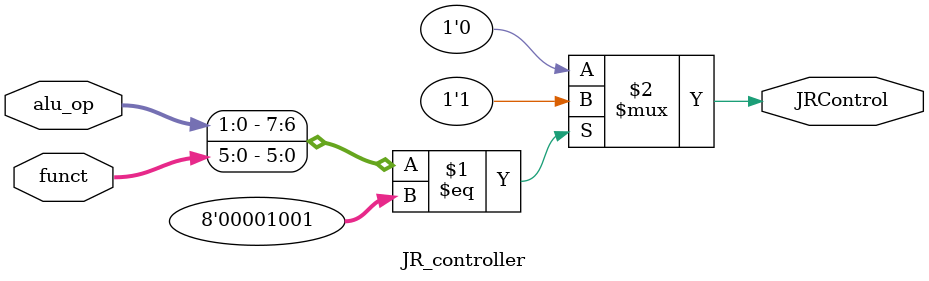
<source format=v>
`timescale 1ns / 1ps

module ALU_controller( ALUControl, ALUOp, funct);
    output reg[2:0] ALUControl;
    input [1:0] ALUOp; // 2
    input [5:0] funct; // 6
    wire [7:0] ALUControlIn; // 8
    assign ALUControlIn = {ALUOp, funct};
    always @(ALUControlIn)
    casex (ALUControlIn)
        8'b11xxxxxx : ALUControl = 3'b000;// Addi,lw,sw
        8'b10xxxxxx : ALUControl = 3'b100;// slti
        8'b01xxxxxx : ALUControl = 3'b001;//BEQ
        8'b00100000 : ALUControl = 3'b000; //ADD
        8'b00100010 : ALUControl = 3'b001; //SUB
        8'b00100100 : ALUControl = 3'b010; //AND
        8'b00100101 : ALUControl = 3'b011; //OR
        8'b00101010 : ALUControl = 3'b100; //slt
        8'b00011000 : ALUControl = 3'b101; //MULT
        8'b00011010 : ALUControl = 3'b110; //DIV
        default : ALUControl = 3'b000;
    endcase
endmodule

module JR_controller( input[1:0] alu_op, 
       input [5:0] funct,
       output JRControl
    );
    assign JRControl = ({alu_op,funct}==8'b00001001) ? 1'b1 : 1'b0;
endmodule
</source>
